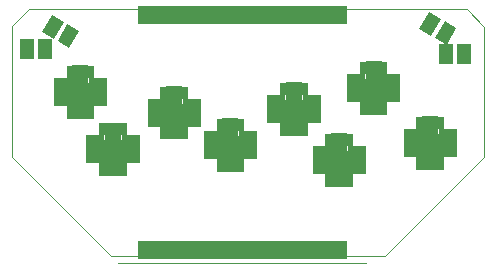
<source format=gts>
G04 (created by PCBNEW-RS274X (2012-apr-16-27)-stable) date Thu 03 Apr 2014 02:01:57 PM EDT*
G01*
G70*
G90*
%MOIN*%
G04 Gerber Fmt 3.4, Leading zero omitted, Abs format*
%FSLAX34Y34*%
G04 APERTURE LIST*
%ADD10C,0.006000*%
%ADD11C,0.000400*%
%ADD12C,0.002000*%
%ADD13R,0.045000X0.065000*%
%ADD14R,0.059400X0.031800*%
%ADD15R,0.031800X0.059400*%
%ADD16R,0.031800X0.043600*%
%ADD17R,0.059400X0.059400*%
%ADD18R,0.029800X0.059400*%
G04 APERTURE END LIST*
G54D10*
G54D11*
X24646Y-27224D02*
X27953Y-23917D01*
X15512Y-27224D02*
X12205Y-23917D01*
X15512Y-27224D02*
X24646Y-27224D01*
X12766Y-18996D02*
X12205Y-19557D01*
X27392Y-18996D02*
X27953Y-19596D01*
X26939Y-18996D02*
X27392Y-18996D01*
X27953Y-19596D02*
X27953Y-23917D01*
X16663Y-18996D02*
X26938Y-18996D01*
X12205Y-19557D02*
X12205Y-23917D01*
X16664Y-18996D02*
X12766Y-18996D01*
X15748Y-27461D02*
X24016Y-27461D01*
G54D12*
X15748Y-27461D02*
X24016Y-27461D01*
G54D10*
G36*
X13212Y-19753D02*
X13537Y-19190D01*
X13926Y-19415D01*
X13601Y-19978D01*
X13212Y-19753D01*
X13212Y-19753D01*
G37*
G36*
X13732Y-20053D02*
X14057Y-19490D01*
X14446Y-19715D01*
X14121Y-20278D01*
X13732Y-20053D01*
X13732Y-20053D01*
G37*
G36*
X25790Y-19645D02*
X26115Y-19082D01*
X26504Y-19307D01*
X26179Y-19870D01*
X25790Y-19645D01*
X25790Y-19645D01*
G37*
G36*
X26310Y-19945D02*
X26635Y-19382D01*
X27024Y-19607D01*
X26699Y-20170D01*
X26310Y-19945D01*
X26310Y-19945D01*
G37*
G54D13*
X13322Y-20305D03*
X12722Y-20305D03*
X26669Y-20502D03*
X27269Y-20502D03*
G54D14*
X25561Y-23150D03*
X25561Y-23347D03*
X25561Y-23543D03*
X25561Y-23740D03*
G54D15*
X25857Y-24036D03*
X26054Y-24036D03*
X26250Y-24036D03*
X26447Y-24036D03*
G54D14*
X26743Y-23740D03*
X26743Y-23543D03*
X26743Y-23347D03*
X26743Y-23150D03*
G54D16*
X26447Y-22776D03*
G54D15*
X26250Y-22854D03*
X26054Y-22854D03*
G54D16*
X25857Y-22776D03*
G54D17*
X26152Y-23445D03*
G54D14*
X23671Y-21319D03*
X23671Y-21516D03*
X23671Y-21712D03*
X23671Y-21909D03*
G54D15*
X23967Y-22205D03*
X24164Y-22205D03*
X24360Y-22205D03*
X24557Y-22205D03*
G54D14*
X24853Y-21909D03*
X24853Y-21712D03*
X24853Y-21516D03*
X24853Y-21319D03*
G54D16*
X24557Y-20945D03*
G54D15*
X24360Y-21023D03*
X24164Y-21023D03*
G54D16*
X23967Y-20945D03*
G54D17*
X24262Y-21614D03*
G54D14*
X22529Y-23721D03*
X22529Y-23918D03*
X22529Y-24114D03*
X22529Y-24311D03*
G54D15*
X22825Y-24607D03*
X23022Y-24607D03*
X23218Y-24607D03*
X23415Y-24607D03*
G54D14*
X23711Y-24311D03*
X23711Y-24114D03*
X23711Y-23918D03*
X23711Y-23721D03*
G54D16*
X23415Y-23347D03*
G54D15*
X23218Y-23425D03*
X23022Y-23425D03*
G54D16*
X22825Y-23347D03*
G54D17*
X23120Y-24016D03*
G54D14*
X21023Y-22028D03*
X21023Y-22225D03*
X21023Y-22421D03*
X21023Y-22618D03*
G54D15*
X21319Y-22914D03*
X21516Y-22914D03*
X21712Y-22914D03*
X21909Y-22914D03*
G54D14*
X22205Y-22618D03*
X22205Y-22421D03*
X22205Y-22225D03*
X22205Y-22028D03*
G54D16*
X21909Y-21654D03*
G54D15*
X21712Y-21732D03*
X21516Y-21732D03*
G54D16*
X21319Y-21654D03*
G54D17*
X21614Y-22323D03*
G54D14*
X18897Y-23229D03*
X18897Y-23426D03*
X18897Y-23622D03*
X18897Y-23819D03*
G54D15*
X19193Y-24115D03*
X19390Y-24115D03*
X19586Y-24115D03*
X19783Y-24115D03*
G54D14*
X20079Y-23819D03*
X20079Y-23622D03*
X20079Y-23426D03*
X20079Y-23229D03*
G54D16*
X19783Y-22855D03*
G54D15*
X19586Y-22933D03*
X19390Y-22933D03*
G54D16*
X19193Y-22855D03*
G54D17*
X19488Y-23524D03*
G54D14*
X17027Y-22146D03*
X17027Y-22343D03*
X17027Y-22539D03*
X17027Y-22736D03*
G54D15*
X17323Y-23032D03*
X17520Y-23032D03*
X17716Y-23032D03*
X17913Y-23032D03*
G54D14*
X18209Y-22736D03*
X18209Y-22539D03*
X18209Y-22343D03*
X18209Y-22146D03*
G54D16*
X17913Y-21772D03*
G54D15*
X17716Y-21850D03*
X17520Y-21850D03*
G54D16*
X17323Y-21772D03*
G54D17*
X17618Y-22441D03*
G54D14*
X14980Y-23366D03*
X14980Y-23563D03*
X14980Y-23759D03*
X14980Y-23956D03*
G54D15*
X15276Y-24252D03*
X15473Y-24252D03*
X15669Y-24252D03*
X15866Y-24252D03*
G54D14*
X16162Y-23956D03*
X16162Y-23759D03*
X16162Y-23563D03*
X16162Y-23366D03*
G54D16*
X15866Y-22992D03*
G54D15*
X15669Y-23070D03*
X15473Y-23070D03*
G54D16*
X15276Y-22992D03*
G54D17*
X15571Y-23661D03*
G54D14*
X13897Y-21457D03*
X13897Y-21654D03*
X13897Y-21850D03*
X13897Y-22047D03*
G54D15*
X14193Y-22343D03*
X14390Y-22343D03*
X14586Y-22343D03*
X14783Y-22343D03*
G54D14*
X15079Y-22047D03*
X15079Y-21850D03*
X15079Y-21654D03*
X15079Y-21457D03*
G54D16*
X14783Y-21083D03*
G54D15*
X14586Y-21161D03*
X14390Y-21161D03*
G54D16*
X14193Y-21083D03*
G54D17*
X14488Y-21752D03*
G54D18*
X16536Y-19193D03*
X16733Y-19193D03*
X16930Y-19193D03*
X17126Y-19193D03*
X17323Y-19193D03*
X17520Y-19193D03*
X17717Y-19193D03*
X17914Y-19193D03*
X18111Y-19193D03*
X18307Y-19193D03*
X18504Y-19193D03*
X18701Y-19193D03*
X18898Y-19193D03*
X19095Y-19193D03*
X19292Y-19193D03*
X19489Y-19193D03*
X19685Y-19193D03*
X19882Y-19193D03*
X20079Y-19193D03*
X20276Y-19193D03*
X20473Y-19193D03*
X20670Y-19193D03*
X20867Y-19193D03*
X21063Y-19193D03*
X21260Y-19193D03*
X21457Y-19193D03*
X21654Y-19193D03*
X21851Y-19193D03*
X22048Y-19193D03*
X22245Y-19193D03*
X22441Y-19193D03*
X22638Y-19193D03*
X22835Y-19193D03*
X23032Y-19193D03*
X23229Y-19193D03*
X23228Y-19193D03*
X23032Y-19193D03*
X22835Y-19193D03*
X22638Y-19193D03*
X22441Y-19193D03*
X22244Y-19193D03*
X22047Y-19193D03*
X21851Y-19193D03*
X21654Y-19193D03*
X21457Y-19193D03*
X21260Y-19193D03*
X21063Y-19193D03*
X20866Y-19193D03*
X20669Y-19193D03*
X20473Y-19193D03*
X20276Y-19193D03*
X20079Y-19193D03*
X19882Y-19193D03*
X19685Y-19193D03*
X19488Y-19193D03*
X19291Y-19193D03*
X19095Y-19193D03*
X18898Y-19193D03*
X18701Y-19193D03*
X18504Y-19193D03*
X18307Y-19193D03*
X18110Y-19193D03*
X17913Y-19193D03*
X17717Y-19193D03*
X17520Y-19193D03*
X17323Y-19193D03*
X17126Y-19193D03*
X16929Y-19193D03*
X16732Y-19193D03*
X16536Y-19193D03*
X16536Y-27028D03*
X16733Y-27028D03*
X16930Y-27028D03*
X17126Y-27028D03*
X17323Y-27028D03*
X17520Y-27028D03*
X17717Y-27028D03*
X17914Y-27028D03*
X18111Y-27028D03*
X18307Y-27028D03*
X18504Y-27028D03*
X18701Y-27028D03*
X18898Y-27028D03*
X19095Y-27028D03*
X19292Y-27028D03*
X19489Y-27028D03*
X19685Y-27028D03*
X19882Y-27028D03*
X20079Y-27028D03*
X20276Y-27028D03*
X20473Y-27028D03*
X20670Y-27028D03*
X20867Y-27028D03*
X21063Y-27028D03*
X21260Y-27028D03*
X21457Y-27028D03*
X21654Y-27028D03*
X21851Y-27028D03*
X22048Y-27028D03*
X22245Y-27028D03*
X22441Y-27028D03*
X22638Y-27028D03*
X22835Y-27028D03*
X23032Y-27028D03*
X23229Y-27028D03*
X23228Y-27028D03*
X23032Y-27028D03*
X22835Y-27028D03*
X22638Y-27028D03*
X22441Y-27028D03*
X22244Y-27028D03*
X22047Y-27028D03*
X21851Y-27028D03*
X21654Y-27028D03*
X21457Y-27028D03*
X21260Y-27028D03*
X21063Y-27028D03*
X20866Y-27028D03*
X20669Y-27028D03*
X20473Y-27028D03*
X20276Y-27028D03*
X20079Y-27028D03*
X19882Y-27028D03*
X19685Y-27028D03*
X19488Y-27028D03*
X19291Y-27028D03*
X19095Y-27028D03*
X18898Y-27028D03*
X18701Y-27028D03*
X18504Y-27028D03*
X18307Y-27028D03*
X18110Y-27028D03*
X17913Y-27028D03*
X17717Y-27028D03*
X17520Y-27028D03*
X17323Y-27028D03*
X17126Y-27028D03*
X16929Y-27028D03*
X16732Y-27028D03*
X16536Y-27028D03*
M02*

</source>
